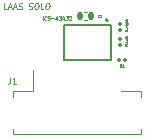
<source format=gto>
G04 #@! TF.GenerationSoftware,KiCad,Pcbnew,6.0.4-6f826c9f35~116~ubuntu18.04.1*
G04 #@! TF.CreationDate,2022-05-30T12:34:47+02:00*
G04 #@! TF.ProjectId,Micro_43432,4d696372-6f5f-4343-9334-33322e6b6963,rev?*
G04 #@! TF.SameCoordinates,Original*
G04 #@! TF.FileFunction,Legend,Top*
G04 #@! TF.FilePolarity,Positive*
%FSLAX46Y46*%
G04 Gerber Fmt 4.6, Leading zero omitted, Abs format (unit mm)*
G04 Created by KiCad (PCBNEW 6.0.4-6f826c9f35~116~ubuntu18.04.1) date 2022-05-30 12:34:47*
%MOMM*%
%LPD*%
G01*
G04 APERTURE LIST*
G04 Aperture macros list*
%AMRoundRect*
0 Rectangle with rounded corners*
0 $1 Rounding radius*
0 $2 $3 $4 $5 $6 $7 $8 $9 X,Y pos of 4 corners*
0 Add a 4 corners polygon primitive as box body*
4,1,4,$2,$3,$4,$5,$6,$7,$8,$9,$2,$3,0*
0 Add four circle primitives for the rounded corners*
1,1,$1+$1,$2,$3*
1,1,$1+$1,$4,$5*
1,1,$1+$1,$6,$7*
1,1,$1+$1,$8,$9*
0 Add four rect primitives between the rounded corners*
20,1,$1+$1,$2,$3,$4,$5,0*
20,1,$1+$1,$4,$5,$6,$7,0*
20,1,$1+$1,$6,$7,$8,$9,0*
20,1,$1+$1,$8,$9,$2,$3,0*%
G04 Aperture macros list end*
%ADD10C,0.050000*%
%ADD11C,0.100000*%
%ADD12C,0.127000*%
%ADD13C,0.200000*%
%ADD14C,0.120000*%
%ADD15C,0.300000*%
%ADD16R,0.400000X0.600000*%
%ADD17RoundRect,0.075000X-0.075000X0.125000X-0.075000X-0.125000X0.075000X-0.125000X0.075000X0.125000X0*%
%ADD18RoundRect,0.140000X0.140000X0.170000X-0.140000X0.170000X-0.140000X-0.170000X0.140000X-0.170000X0*%
%ADD19R,0.700000X1.800000*%
%ADD20R,1.600000X2.200000*%
%ADD21RoundRect,0.075000X-0.125000X-0.075000X0.125000X-0.075000X0.125000X0.075000X-0.125000X0.075000X0*%
G04 APERTURE END LIST*
D10*
X131578741Y-67135714D02*
X131616241Y-66835714D01*
X131896598Y-67107142D02*
X131880526Y-67121428D01*
X131835883Y-67135714D01*
X131807312Y-67135714D01*
X131766241Y-67121428D01*
X131741241Y-67092857D01*
X131730526Y-67064285D01*
X131723383Y-67007142D01*
X131728741Y-66964285D01*
X131750169Y-66907142D01*
X131768026Y-66878571D01*
X131800169Y-66850000D01*
X131844812Y-66835714D01*
X131873383Y-66835714D01*
X131914455Y-66850000D01*
X131926955Y-66864285D01*
X132009098Y-67121428D02*
X132050169Y-67135714D01*
X132121598Y-67135714D01*
X132151955Y-67121428D01*
X132168026Y-67107142D01*
X132185883Y-67078571D01*
X132189455Y-67050000D01*
X132178741Y-67021428D01*
X132166241Y-67007142D01*
X132139455Y-66992857D01*
X132084098Y-66978571D01*
X132057312Y-66964285D01*
X132044812Y-66950000D01*
X132034098Y-66921428D01*
X132037669Y-66892857D01*
X132055526Y-66864285D01*
X132071598Y-66850000D01*
X132101955Y-66835714D01*
X132173383Y-66835714D01*
X132214455Y-66850000D01*
X132321598Y-67021428D02*
X132550169Y-67021428D01*
X132832312Y-66935714D02*
X132807312Y-67135714D01*
X132775169Y-66821428D02*
X132676955Y-67035714D01*
X132862669Y-67035714D01*
X132973383Y-66835714D02*
X133159098Y-66835714D01*
X133044812Y-66950000D01*
X133087669Y-66950000D01*
X133114455Y-66964285D01*
X133126955Y-66978571D01*
X133137669Y-67007142D01*
X133128741Y-67078571D01*
X133110883Y-67107142D01*
X133094812Y-67121428D01*
X133064455Y-67135714D01*
X132978741Y-67135714D01*
X132951955Y-67121428D01*
X132939455Y-67107142D01*
X133403741Y-66935714D02*
X133378741Y-67135714D01*
X133346598Y-66821428D02*
X133248383Y-67035714D01*
X133434098Y-67035714D01*
X133544812Y-66835714D02*
X133730526Y-66835714D01*
X133616241Y-66950000D01*
X133659098Y-66950000D01*
X133685883Y-66964285D01*
X133698383Y-66978571D01*
X133709098Y-67007142D01*
X133700169Y-67078571D01*
X133682312Y-67107142D01*
X133666241Y-67121428D01*
X133635883Y-67135714D01*
X133550169Y-67135714D01*
X133523383Y-67121428D01*
X133510883Y-67107142D01*
X133841241Y-66864285D02*
X133857312Y-66850000D01*
X133887669Y-66835714D01*
X133959098Y-66835714D01*
X133985883Y-66850000D01*
X133998383Y-66864285D01*
X134009098Y-66892857D01*
X134005526Y-66921428D01*
X133985883Y-66964285D01*
X133793026Y-67135714D01*
X133978741Y-67135714D01*
X128535997Y-66226190D02*
X128297901Y-66226190D01*
X128360401Y-65726190D01*
X128696711Y-66083333D02*
X128934806Y-66083333D01*
X128631235Y-66226190D02*
X128860401Y-65726190D01*
X128964568Y-66226190D01*
X129125282Y-66083333D02*
X129363377Y-66083333D01*
X129059806Y-66226190D02*
X129288973Y-65726190D01*
X129393139Y-66226190D01*
X129538973Y-66202380D02*
X129607425Y-66226190D01*
X129726473Y-66226190D01*
X129777068Y-66202380D01*
X129803854Y-66178571D01*
X129833616Y-66130952D01*
X129839568Y-66083333D01*
X129821711Y-66035714D01*
X129800877Y-66011904D01*
X129756235Y-65988095D01*
X129663973Y-65964285D01*
X129619330Y-65940476D01*
X129598497Y-65916666D01*
X129580639Y-65869047D01*
X129586592Y-65821428D01*
X129616354Y-65773809D01*
X129643139Y-65750000D01*
X129693735Y-65726190D01*
X129812782Y-65726190D01*
X129881235Y-65750000D01*
X130396116Y-66202380D02*
X130464568Y-66226190D01*
X130583616Y-66226190D01*
X130634211Y-66202380D01*
X130660997Y-66178571D01*
X130690758Y-66130952D01*
X130696711Y-66083333D01*
X130678854Y-66035714D01*
X130658020Y-66011904D01*
X130613377Y-65988095D01*
X130521116Y-65964285D01*
X130476473Y-65940476D01*
X130455639Y-65916666D01*
X130437782Y-65869047D01*
X130443735Y-65821428D01*
X130473497Y-65773809D01*
X130500282Y-65750000D01*
X130550877Y-65726190D01*
X130669925Y-65726190D01*
X130738377Y-65750000D01*
X131050877Y-65726190D02*
X131146116Y-65726190D01*
X131190758Y-65750000D01*
X131232425Y-65797619D01*
X131244330Y-65892857D01*
X131223497Y-66059523D01*
X131187782Y-66154761D01*
X131134211Y-66202380D01*
X131083616Y-66226190D01*
X130988377Y-66226190D01*
X130943735Y-66202380D01*
X130902068Y-66154761D01*
X130890163Y-66059523D01*
X130910997Y-65892857D01*
X130946711Y-65797619D01*
X131000282Y-65750000D01*
X131050877Y-65726190D01*
X131655044Y-66226190D02*
X131416949Y-66226190D01*
X131479449Y-65726190D01*
X131979449Y-65726190D02*
X132074687Y-65726190D01*
X132119330Y-65750000D01*
X132160997Y-65797619D01*
X132172901Y-65892857D01*
X132152068Y-66059523D01*
X132116354Y-66154761D01*
X132062782Y-66202380D01*
X132012187Y-66226190D01*
X131916949Y-66226190D01*
X131872306Y-66202380D01*
X131830639Y-66154761D01*
X131818735Y-66059523D01*
X131839568Y-65892857D01*
X131875282Y-65797619D01*
X131928854Y-65750000D01*
X131979449Y-65726190D01*
X138740476Y-69216666D02*
X138645238Y-69283333D01*
X138740476Y-69330952D02*
X138540476Y-69330952D01*
X138540476Y-69254761D01*
X138550000Y-69235714D01*
X138559523Y-69226190D01*
X138578571Y-69216666D01*
X138607142Y-69216666D01*
X138626190Y-69226190D01*
X138635714Y-69235714D01*
X138645238Y-69254761D01*
X138645238Y-69330952D01*
X138759523Y-69178571D02*
X138759523Y-69026190D01*
X138740476Y-68950000D02*
X138730952Y-68969047D01*
X138711904Y-68978571D01*
X138540476Y-68978571D01*
X138730952Y-68797619D02*
X138740476Y-68816666D01*
X138740476Y-68854761D01*
X138730952Y-68873809D01*
X138711904Y-68883333D01*
X138635714Y-68883333D01*
X138616666Y-68873809D01*
X138607142Y-68854761D01*
X138607142Y-68816666D01*
X138616666Y-68797619D01*
X138635714Y-68788095D01*
X138654761Y-68788095D01*
X138673809Y-68883333D01*
X138607142Y-68730952D02*
X138607142Y-68654761D01*
X138740476Y-68702380D02*
X138569047Y-68702380D01*
X138550000Y-68692857D01*
X138540476Y-68673809D01*
X138540476Y-68654761D01*
X138607142Y-68616666D02*
X138607142Y-68540476D01*
X138540476Y-68588095D02*
X138711904Y-68588095D01*
X138730952Y-68578571D01*
X138740476Y-68559523D01*
X138740476Y-68540476D01*
X136366666Y-66871428D02*
X136357142Y-66880952D01*
X136328571Y-66890476D01*
X136309523Y-66890476D01*
X136280952Y-66880952D01*
X136261904Y-66861904D01*
X136252380Y-66842857D01*
X136242857Y-66804761D01*
X136242857Y-66776190D01*
X136252380Y-66738095D01*
X136261904Y-66719047D01*
X136280952Y-66700000D01*
X136309523Y-66690476D01*
X136328571Y-66690476D01*
X136357142Y-66700000D01*
X136366666Y-66709523D01*
X136557142Y-66890476D02*
X136442857Y-66890476D01*
X136500000Y-66890476D02*
X136500000Y-66690476D01*
X136480952Y-66719047D01*
X136461904Y-66738095D01*
X136442857Y-66747619D01*
D11*
X128833333Y-72026190D02*
X128833333Y-72383333D01*
X128809523Y-72454761D01*
X128761904Y-72502380D01*
X128690476Y-72526190D01*
X128642857Y-72526190D01*
X129333333Y-72526190D02*
X129047619Y-72526190D01*
X129190476Y-72526190D02*
X129190476Y-72026190D01*
X129142857Y-72097619D01*
X129095238Y-72145238D01*
X129047619Y-72169047D01*
D10*
X138254166Y-71090476D02*
X138187500Y-70995238D01*
X138139880Y-71090476D02*
X138139880Y-70890476D01*
X138216071Y-70890476D01*
X138235119Y-70900000D01*
X138244642Y-70909523D01*
X138254166Y-70928571D01*
X138254166Y-70957142D01*
X138244642Y-70976190D01*
X138235119Y-70985714D01*
X138216071Y-70995238D01*
X138139880Y-70995238D01*
X138444642Y-71090476D02*
X138330357Y-71090476D01*
X138387500Y-71090476D02*
X138387500Y-70890476D01*
X138368452Y-70919047D01*
X138349404Y-70938095D01*
X138330357Y-70947619D01*
X138740476Y-67961904D02*
X138645238Y-68028571D01*
X138740476Y-68076190D02*
X138540476Y-68076190D01*
X138540476Y-68000000D01*
X138550000Y-67980952D01*
X138559523Y-67971428D01*
X138578571Y-67961904D01*
X138607142Y-67961904D01*
X138626190Y-67971428D01*
X138635714Y-67980952D01*
X138645238Y-68000000D01*
X138645238Y-68076190D01*
X138759523Y-67923809D02*
X138759523Y-67771428D01*
X138740476Y-67723809D02*
X138607142Y-67723809D01*
X138645238Y-67723809D02*
X138626190Y-67714285D01*
X138616666Y-67704761D01*
X138607142Y-67685714D01*
X138607142Y-67666666D01*
X138740476Y-67600000D02*
X138607142Y-67600000D01*
X138540476Y-67600000D02*
X138550000Y-67609523D01*
X138559523Y-67600000D01*
X138550000Y-67590476D01*
X138540476Y-67600000D01*
X138559523Y-67600000D01*
X138607142Y-67419047D02*
X138769047Y-67419047D01*
X138788095Y-67428571D01*
X138797619Y-67438095D01*
X138807142Y-67457142D01*
X138807142Y-67485714D01*
X138797619Y-67504761D01*
X138730952Y-67419047D02*
X138740476Y-67438095D01*
X138740476Y-67476190D01*
X138730952Y-67495238D01*
X138721428Y-67504761D01*
X138702380Y-67514285D01*
X138645238Y-67514285D01*
X138626190Y-67504761D01*
X138616666Y-67495238D01*
X138607142Y-67476190D01*
X138607142Y-67438095D01*
X138616666Y-67419047D01*
X138740476Y-67323809D02*
X138540476Y-67323809D01*
X138740476Y-67238095D02*
X138635714Y-67238095D01*
X138616666Y-67247619D01*
X138607142Y-67266666D01*
X138607142Y-67295238D01*
X138616666Y-67314285D01*
X138626190Y-67323809D01*
X138607142Y-67171428D02*
X138607142Y-67095238D01*
X138540476Y-67142857D02*
X138711904Y-67142857D01*
X138730952Y-67133333D01*
X138740476Y-67114285D01*
X138740476Y-67095238D01*
D12*
X137400000Y-67562500D02*
X137400000Y-70562500D01*
X133400000Y-70562500D02*
X133400000Y-67562500D01*
X137400000Y-70562500D02*
X133400000Y-70562500D01*
X133400000Y-67562500D02*
X137400000Y-67562500D01*
D13*
X137125000Y-67162500D02*
G75*
G03*
X137125000Y-67162500I-100000J0D01*
G01*
D14*
X135307836Y-67160000D02*
X135092164Y-67160000D01*
X135307836Y-66440000D02*
X135092164Y-66440000D01*
X129075000Y-76800000D02*
X139925000Y-76800000D01*
X129075000Y-76360000D02*
X129075000Y-76800000D01*
X130765000Y-73200000D02*
X130765000Y-71400000D01*
X129075000Y-73200000D02*
X129075000Y-73640000D01*
X130765000Y-73200000D02*
X129075000Y-73200000D01*
X139925000Y-76800000D02*
X139925000Y-76360000D01*
X138235000Y-73200000D02*
X139925000Y-73200000D01*
X139925000Y-73200000D02*
X139925000Y-73640000D01*
%LPC*%
D15*
X135170000Y-69067500D02*
G75*
G03*
X135170000Y-69067500I-670000J0D01*
G01*
D16*
X137075000Y-67987500D03*
X136425000Y-67987500D03*
X135775000Y-67987500D03*
X135775000Y-70137500D03*
X136425000Y-70137500D03*
X137075000Y-70137500D03*
D17*
X138100000Y-68750000D03*
X138100000Y-69250000D03*
D18*
X135680000Y-66800000D03*
X134720000Y-66800000D03*
D19*
X131375000Y-72300000D03*
X132625000Y-72300000D03*
X133875000Y-72300000D03*
X135125000Y-72300000D03*
X136375000Y-72300000D03*
X137625000Y-72300000D03*
D20*
X139875000Y-75000000D03*
X129125000Y-75000000D03*
D21*
X138050000Y-70500000D03*
X138550000Y-70500000D03*
D17*
X138100000Y-67500000D03*
X138100000Y-68000000D03*
M02*

</source>
